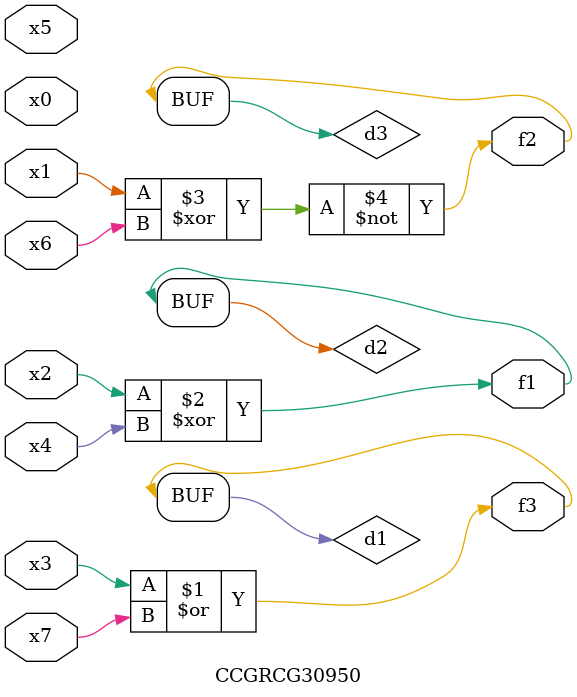
<source format=v>
module CCGRCG30950(
	input x0, x1, x2, x3, x4, x5, x6, x7,
	output f1, f2, f3
);

	wire d1, d2, d3;

	or (d1, x3, x7);
	xor (d2, x2, x4);
	xnor (d3, x1, x6);
	assign f1 = d2;
	assign f2 = d3;
	assign f3 = d1;
endmodule

</source>
